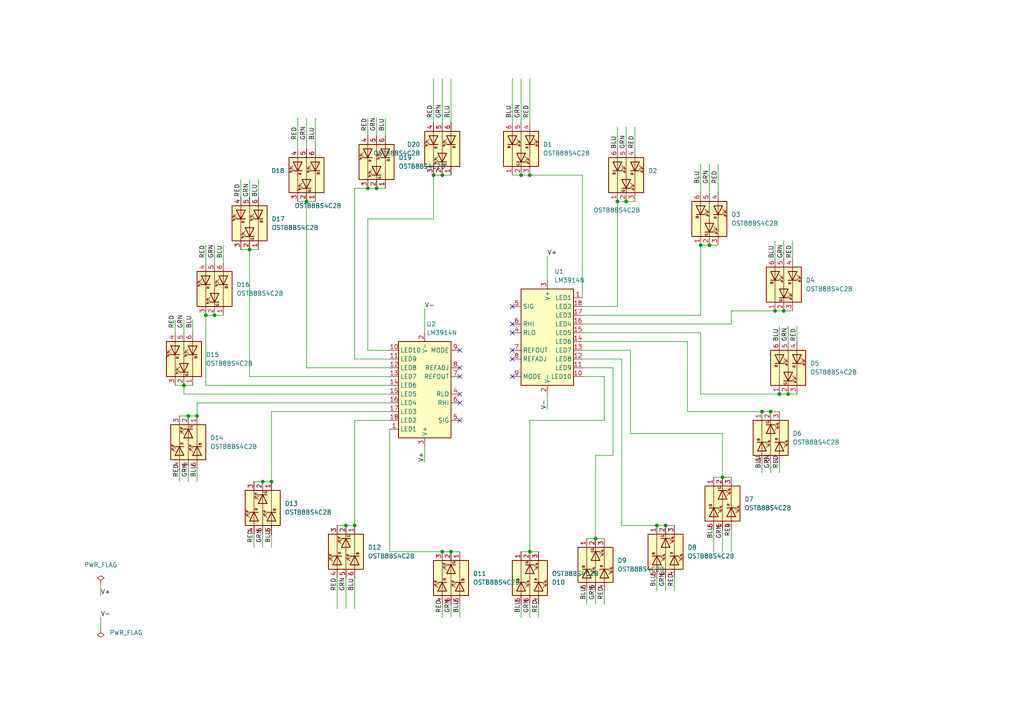
<source format=kicad_sch>
(kicad_sch (version 20211123) (generator eeschema)
  (paper "A4")
  (lib_symbols
    (symbol "LED:ASMT-YTB7-0AA02" (pin_names hide)
      (property "Reference" "D" (at -5.08 6.35 0))
      (property "Value" "ASMT-YTB7-0AA02" (at -5.08 -6.35 0))
      (symbol "ASMT-YTB7-0AA02_0_0"
        (text "B" (at -0.508 -3.4544 0) (effects (font (size 0.762 0.762))))
        (text "G" (at 4.5466 -0.8382 0) (effects (font (size 0.762 0.762))))
        (text "R" (at -0.381 1.8034 0) (effects (font (size 0.762 0.762))))
      )
      (symbol "ASMT-YTB7-0AA02_0_1"
        (rectangle (start -5.08 5.08) (end 5.08 -5.08) (stroke (width 0.254)) (fill (type background)))
        (polyline (pts (xy -5.08 -2.54) (xy 5.08 -2.54)))
        (polyline (pts (xy -5.08 0) (xy 5.08 0)))
        (polyline (pts (xy -5.08 2.54) (xy 5.08 2.54)))
        (polyline (pts (xy -2.794 -1.27) (xy -1.778 -0.254)))
        (polyline (pts (xy -2.794 3.81) (xy -1.778 4.826)))
        (polyline (pts (xy -1.778 -1.27) (xy -0.762 -0.254)))
        (polyline (pts (xy -1.778 3.81) (xy -0.762 4.826)))
        (polyline (pts (xy -1.27 -1.27) (xy -1.27 -3.81)) (stroke (width 0.254)))
        (polyline (pts (xy -1.27 3.81) (xy -1.27 1.27)) (stroke (width 0.254)))
        (polyline (pts (xy 2.286 1.27) (xy 3.302 2.286)))
        (polyline (pts (xy 3.302 1.27) (xy 4.318 2.286)))
        (polyline (pts (xy 3.81 1.27) (xy 3.81 -1.27)) (stroke (width 0.254)))
        (polyline (pts (xy -2.54 4.572) (xy -1.778 4.826) (xy -2.032 4.064)))
        (polyline (pts (xy -2.032 -1.016) (xy -1.778 -0.254) (xy -2.54 -0.508)))
        (polyline (pts (xy -1.524 -0.508) (xy -0.762 -0.254) (xy -1.016 -1.016)))
        (polyline (pts (xy -1.524 4.572) (xy -0.762 4.826) (xy -1.016 4.064)))
        (polyline (pts (xy 3.048 1.524) (xy 3.302 2.286) (xy 2.54 2.032)))
        (polyline (pts (xy 3.556 2.032) (xy 4.318 2.286) (xy 4.064 1.524)))
        (polyline (pts (xy -3.81 -1.27) (xy -3.81 -3.81) (xy -1.27 -2.54) (xy -3.81 -1.27)) (stroke (width 0.254)))
        (polyline (pts (xy -3.81 3.81) (xy -3.81 1.27) (xy -1.27 2.54) (xy -3.81 3.81)) (stroke (width 0.254)))
        (polyline (pts (xy 1.27 1.27) (xy 1.27 -1.27) (xy 3.81 0) (xy 1.27 1.27)) (stroke (width 0.254)))
      )
      (symbol "ASMT-YTB7-0AA02_1_1"
        (pin passive line (at 7.62 -2.54 180) (length 2.54) (name "KB") (number "1"))
        (pin passive line (at 7.62 0 180) (length 2.54) (name "KG") (number "2"))
        (pin passive line (at 7.62 2.54 180) (length 2.54) (name "KR") (number "3"))
        (pin passive line (at -7.62 2.54 0) (length 2.54) (name "AR") (number "4"))
        (pin passive line (at -7.62 0 0) (length 2.54) (name "AG") (number "5"))
        (pin passive line (at -7.62 -2.54 0) (length 2.54) (name "AB") (number "6"))
      )
    )
    (symbol "nedko:LM3914N"
      (property "Reference" "U1" (at 2.0194 17.78 0))
      (property "Value" "LM3914N" (at 2.0194 15.24 0))
      (symbol "LM3914N_0_1"
        (rectangle (start -7.62 12.7) (end 7.62 -15.24) (stroke (width 0.254)) (fill (type background)))
      )
      (symbol "LM3914N_1_1"
        (pin open_collector line (at 10.16 10.16 180) (length 2.54) (name "LED1") (number "1"))
        (pin open_collector line (at 10.16 -12.7 180) (length 2.54) (name "LED10") (number "10"))
        (pin open_collector line (at 10.16 -10.16 180) (length 2.54) (name "LED9") (number "11"))
        (pin open_collector line (at 10.16 -7.62 180) (length 2.54) (name "LED8") (number "12"))
        (pin open_collector line (at 10.16 -5.08 180) (length 2.54) (name "LED7") (number "13"))
        (pin open_collector line (at 10.16 -2.54 180) (length 2.54) (name "LED6") (number "14"))
        (pin open_collector line (at 10.16 0 180) (length 2.54) (name "LED5") (number "15"))
        (pin open_collector line (at 10.16 2.54 180) (length 2.54) (name "LED4") (number "16"))
        (pin open_collector line (at 10.16 5.08 180) (length 2.54) (name "LED3") (number "17"))
        (pin open_collector line (at 10.16 7.62 180) (length 2.54) (name "LED2") (number "18"))
        (pin power_in line (at 0 -17.78 90) (length 2.54) (name "V-") (number "2"))
        (pin power_in line (at 0 15.24 270) (length 2.54) (name "V+") (number "3"))
        (pin input line (at -10.16 0 0) (length 2.54) (name "RLO") (number "4"))
        (pin input line (at -10.16 7.62 0) (length 2.54) (name "SIG") (number "5"))
        (pin input line (at -10.16 2.54 0) (length 2.54) (name "RHI") (number "6"))
        (pin output line (at -10.16 -5.08 0) (length 2.54) (name "REFOUT") (number "7"))
        (pin input line (at -10.16 -7.62 0) (length 2.54) (name "REFADJ") (number "8"))
        (pin input line (at -10.16 -12.7 0) (length 2.54) (name "MODE") (number "9"))
      )
    )
    (symbol "power:PWR_FLAG" (power) (pin_numbers hide) (pin_names (offset 0) hide)
      (property "Value" "PWR_FLAG" (at 0 3.81 0))
      (symbol "PWR_FLAG_0_0"
        (pin power_out line (at 0 0 90) (length 0) (name "pwr") (number "1"))
      )
      (symbol "PWR_FLAG_0_1"
        (polyline (pts (xy 0 0) (xy 0 1.27) (xy -1.016 1.905) (xy 0 2.54) (xy 1.016 1.905) (xy 0 1.27)))
      )
    )
  )
  (junction (at 78.74 139.7))
  (junction (at 172.72 156.21))
  (junction (at 227.33 90.17))
  (junction (at 106.68 54.61))
  (junction (at 59.69 91.44))
  (junction (at 228.6 114.3))
  (junction (at 223.52 119.38))
  (junction (at 190.5 152.4))
  (junction (at 100.33 152.4))
  (junction (at 153.67 50.8))
  (junction (at 57.15 120.65))
  (junction (at 88.9 58.42))
  (junction (at 76.2 139.7))
  (junction (at 220.98 119.38))
  (junction (at 109.22 54.61))
  (junction (at 62.23 91.44))
  (junction (at 153.67 160.02))
  (junction (at 181.61 58.42))
  (junction (at 125.73 50.8))
  (junction (at 205.74 71.12))
  (junction (at 54.61 120.65))
  (junction (at 226.06 114.3))
  (junction (at 179.07 58.42))
  (junction (at 128.27 50.8))
  (junction (at 53.34 111.76))
  (junction (at 72.39 72.39))
  (junction (at 224.79 90.17))
  (junction (at 209.55 138.43))
  (junction (at 130.81 160.02))
  (junction (at 203.2 71.12))
  (junction (at 151.13 50.8))
  (junction (at 102.87 152.4))
  (junction (at 193.04 152.4))
  (junction (at 128.27 160.02))
  (no_connect (at 148.59 104.14))
  (no_connect (at 133.35 116.84))
  (no_connect (at 148.59 93.98))
  (no_connect (at 148.59 96.52))
  (no_connect (at 133.35 121.92))
  (no_connect (at 148.59 101.6))
  (no_connect (at 148.59 88.9))
  (no_connect (at 133.35 106.68))
  (no_connect (at 133.35 101.6))
  (no_connect (at 148.59 109.22))
  (no_connect (at 133.35 109.22))
  (no_connect (at 133.35 114.3))
  (wire (pts (xy 53.34 114.3) (xy 53.34 111.76)))
  (wire (pts (xy 109.22 54.61) (xy 111.76 54.61)))
  (wire (pts (xy 156.21 175.26) (xy 156.21 179.07)))
  (wire (pts (xy 125.73 50.8) (xy 125.73 63.5)))
  (wire (pts (xy 224.79 90.17) (xy 227.33 90.17)))
  (wire (pts (xy 226.06 114.3) (xy 228.6 114.3)))
  (wire (pts (xy 128.27 22.86) (xy 128.27 35.56)))
  (wire (pts (xy 209.55 125.73) (xy 182.88 125.73)))
  (wire (pts (xy 57.15 116.84) (xy 57.15 120.65)))
  (wire (pts (xy 179.07 58.42) (xy 181.61 58.42)))
  (wire (pts (xy 212.09 93.98) (xy 212.09 90.17)))
  (wire (pts (xy 181.61 36.83) (xy 181.61 43.18)))
  (wire (pts (xy 207.01 160.02) (xy 207.01 153.67)))
  (wire (pts (xy 64.77 91.44) (xy 62.23 91.44)))
  (wire (pts (xy 76.2 139.7) (xy 73.66 139.7)))
  (wire (pts (xy 109.22 34.29) (xy 109.22 39.37)))
  (wire (pts (xy 203.2 96.52) (xy 168.91 96.52)))
  (wire (pts (xy 102.87 54.61) (xy 106.68 54.61)))
  (wire (pts (xy 113.03 119.38) (xy 78.74 119.38)))
  (wire (pts (xy 175.26 109.22) (xy 168.91 109.22)))
  (wire (pts (xy 179.07 36.83) (xy 179.07 43.18)))
  (wire (pts (xy 168.91 99.06) (xy 199.39 99.06)))
  (wire (pts (xy 102.87 152.4) (xy 102.87 121.92)))
  (wire (pts (xy 158.75 114.3) (xy 158.75 118.745)))
  (wire (pts (xy 106.68 34.29) (xy 106.68 39.37)))
  (wire (pts (xy 151.13 160.02) (xy 153.67 160.02)))
  (wire (pts (xy 86.36 58.42) (xy 88.9 58.42)))
  (wire (pts (xy 168.91 50.8) (xy 153.67 50.8)))
  (wire (pts (xy 151.13 179.07) (xy 151.13 175.26)))
  (wire (pts (xy 133.35 175.26) (xy 133.35 179.07)))
  (wire (pts (xy 153.67 22.86) (xy 153.67 35.56)))
  (wire (pts (xy 72.39 109.22) (xy 113.03 109.22)))
  (wire (pts (xy 64.77 71.12) (xy 64.77 76.2)))
  (wire (pts (xy 78.74 139.7) (xy 76.2 139.7)))
  (wire (pts (xy 148.59 22.86) (xy 148.59 35.56)))
  (wire (pts (xy 59.69 111.76) (xy 59.69 91.44)))
  (wire (pts (xy 231.14 94.615) (xy 231.14 99.06)))
  (wire (pts (xy 177.8 132.08) (xy 177.8 106.68)))
  (wire (pts (xy 168.91 93.98) (xy 212.09 93.98)))
  (wire (pts (xy 106.68 63.5) (xy 125.73 63.5)))
  (wire (pts (xy 205.74 71.12) (xy 208.28 71.12)))
  (wire (pts (xy 195.58 152.4) (xy 193.04 152.4)))
  (wire (pts (xy 57.15 139.7) (xy 57.15 135.89)))
  (wire (pts (xy 54.61 139.7) (xy 54.61 135.89)))
  (wire (pts (xy 212.09 153.67) (xy 212.09 160.02)))
  (wire (pts (xy 59.69 111.76) (xy 113.03 111.76)))
  (wire (pts (xy 123.19 89.535) (xy 123.19 96.52)))
  (wire (pts (xy 226.06 134.62) (xy 226.06 137.16)))
  (wire (pts (xy 130.81 179.07) (xy 130.81 175.26)))
  (wire (pts (xy 229.87 69.85) (xy 229.87 74.93)))
  (wire (pts (xy 209.55 138.43) (xy 209.55 125.73)))
  (wire (pts (xy 76.2 158.75) (xy 76.2 154.94)))
  (wire (pts (xy 29.21 169.545) (xy 29.21 172.72)))
  (wire (pts (xy 130.81 22.86) (xy 130.81 35.56)))
  (wire (pts (xy 153.67 121.92) (xy 175.26 121.92)))
  (wire (pts (xy 223.52 119.38) (xy 226.06 119.38)))
  (wire (pts (xy 54.61 120.65) (xy 52.07 120.65)))
  (wire (pts (xy 86.36 34.29) (xy 86.36 43.18)))
  (wire (pts (xy 226.06 94.615) (xy 226.06 99.06)))
  (wire (pts (xy 153.67 179.07) (xy 153.67 175.26)))
  (wire (pts (xy 203.2 91.44) (xy 203.2 71.12)))
  (wire (pts (xy 209.55 160.02) (xy 209.55 153.67)))
  (wire (pts (xy 168.91 91.44) (xy 203.2 91.44)))
  (wire (pts (xy 113.03 104.14) (xy 102.87 104.14)))
  (wire (pts (xy 88.9 58.42) (xy 91.44 58.42)))
  (wire (pts (xy 212.09 138.43) (xy 209.55 138.43)))
  (wire (pts (xy 91.44 34.29) (xy 91.44 43.18)))
  (wire (pts (xy 193.04 171.45) (xy 193.04 167.64)))
  (wire (pts (xy 128.27 179.07) (xy 128.27 175.26)))
  (wire (pts (xy 182.88 101.6) (xy 168.91 101.6)))
  (wire (pts (xy 123.19 129.54) (xy 123.19 133.985)))
  (wire (pts (xy 175.26 121.92) (xy 175.26 109.22)))
  (wire (pts (xy 220.98 119.38) (xy 199.39 119.38)))
  (wire (pts (xy 74.93 52.07) (xy 74.93 57.15)))
  (wire (pts (xy 212.09 90.17) (xy 224.79 90.17)))
  (wire (pts (xy 181.61 58.42) (xy 184.15 58.42)))
  (wire (pts (xy 106.68 54.61) (xy 109.22 54.61)))
  (wire (pts (xy 102.87 104.14) (xy 102.87 54.61)))
  (wire (pts (xy 228.6 94.615) (xy 228.6 99.06)))
  (wire (pts (xy 170.18 156.21) (xy 172.72 156.21)))
  (wire (pts (xy 72.39 72.39) (xy 72.39 109.22)))
  (wire (pts (xy 78.74 158.75) (xy 78.74 154.94)))
  (wire (pts (xy 209.55 138.43) (xy 207.01 138.43)))
  (wire (pts (xy 180.34 152.4) (xy 180.34 104.14)))
  (wire (pts (xy 72.39 72.39) (xy 74.93 72.39)))
  (wire (pts (xy 53.34 111.76) (xy 55.88 111.76)))
  (wire (pts (xy 172.72 156.21) (xy 175.26 156.21)))
  (wire (pts (xy 153.67 160.02) (xy 153.67 121.92)))
  (wire (pts (xy 199.39 119.38) (xy 199.39 99.06)))
  (wire (pts (xy 100.33 152.4) (xy 97.79 152.4)))
  (wire (pts (xy 62.23 91.44) (xy 59.69 91.44)))
  (wire (pts (xy 100.33 167.64) (xy 100.33 176.53)))
  (wire (pts (xy 179.07 58.42) (xy 179.07 88.9)))
  (wire (pts (xy 227.33 69.85) (xy 227.33 74.93)))
  (wire (pts (xy 128.27 50.8) (xy 130.81 50.8)))
  (wire (pts (xy 195.58 167.64) (xy 195.58 171.45)))
  (wire (pts (xy 172.72 175.26) (xy 172.72 171.45)))
  (wire (pts (xy 57.15 116.84) (xy 113.03 116.84)))
  (wire (pts (xy 208.28 47.625) (xy 208.28 55.88)))
  (wire (pts (xy 50.8 92.71) (xy 50.8 96.52)))
  (wire (pts (xy 50.8 111.76) (xy 53.34 111.76)))
  (wire (pts (xy 53.34 92.71) (xy 53.34 96.52)))
  (wire (pts (xy 102.87 152.4) (xy 100.33 152.4)))
  (wire (pts (xy 220.98 119.38) (xy 223.52 119.38)))
  (wire (pts (xy 180.34 152.4) (xy 190.5 152.4)))
  (wire (pts (xy 111.76 34.29) (xy 111.76 39.37)))
  (wire (pts (xy 102.87 167.64) (xy 102.87 176.53)))
  (wire (pts (xy 128.27 160.02) (xy 130.81 160.02)))
  (wire (pts (xy 170.18 175.26) (xy 170.18 171.45)))
  (wire (pts (xy 172.72 132.08) (xy 177.8 132.08)))
  (wire (pts (xy 151.13 50.8) (xy 148.59 50.8)))
  (wire (pts (xy 190.5 152.4) (xy 193.04 152.4)))
  (wire (pts (xy 59.69 71.12) (xy 59.69 76.2)))
  (wire (pts (xy 72.39 52.07) (xy 72.39 57.15)))
  (wire (pts (xy 153.67 50.8) (xy 151.13 50.8)))
  (wire (pts (xy 226.06 114.3) (xy 203.2 114.3)))
  (wire (pts (xy 88.9 106.68) (xy 113.03 106.68)))
  (wire (pts (xy 55.88 92.71) (xy 55.88 96.52)))
  (wire (pts (xy 203.2 47.625) (xy 203.2 55.88)))
  (wire (pts (xy 113.03 160.02) (xy 128.27 160.02)))
  (wire (pts (xy 190.5 171.45) (xy 190.5 167.64)))
  (wire (pts (xy 203.2 114.3) (xy 203.2 96.52)))
  (wire (pts (xy 168.91 106.68) (xy 177.8 106.68)))
  (wire (pts (xy 227.33 90.17) (xy 229.87 90.17)))
  (wire (pts (xy 69.85 72.39) (xy 72.39 72.39)))
  (wire (pts (xy 130.81 160.02) (xy 133.35 160.02)))
  (wire (pts (xy 125.73 50.8) (xy 128.27 50.8)))
  (wire (pts (xy 168.91 86.36) (xy 168.91 50.8)))
  (wire (pts (xy 69.85 52.07) (xy 69.85 57.15)))
  (wire (pts (xy 180.34 104.14) (xy 168.91 104.14)))
  (wire (pts (xy 52.07 139.7) (xy 52.07 135.89)))
  (wire (pts (xy 175.26 171.45) (xy 175.26 175.26)))
  (wire (pts (xy 73.66 158.75) (xy 73.66 154.94)))
  (wire (pts (xy 224.79 69.85) (xy 224.79 74.93)))
  (wire (pts (xy 78.74 119.38) (xy 78.74 139.7)))
  (wire (pts (xy 151.13 22.86) (xy 151.13 35.56)))
  (wire (pts (xy 125.73 22.86) (xy 125.73 35.56)))
  (wire (pts (xy 97.79 167.64) (xy 97.79 176.53)))
  (wire (pts (xy 88.9 58.42) (xy 88.9 106.68)))
  (wire (pts (xy 106.68 101.6) (xy 113.03 101.6)))
  (wire (pts (xy 29.21 179.07) (xy 29.21 182.245)))
  (wire (pts (xy 57.15 120.65) (xy 54.61 120.65)))
  (wire (pts (xy 205.74 47.625) (xy 205.74 55.88)))
  (wire (pts (xy 172.72 156.21) (xy 172.72 132.08)))
  (wire (pts (xy 179.07 88.9) (xy 168.91 88.9)))
  (wire (pts (xy 102.87 121.92) (xy 113.03 121.92)))
  (wire (pts (xy 62.23 71.12) (xy 62.23 76.2)))
  (wire (pts (xy 220.98 134.62) (xy 220.98 137.16)))
  (wire (pts (xy 184.15 36.83) (xy 184.15 43.18)))
  (wire (pts (xy 228.6 114.3) (xy 231.14 114.3)))
  (wire (pts (xy 158.75 74.295) (xy 158.75 81.28)))
  (wire (pts (xy 203.2 71.12) (xy 205.74 71.12)))
  (wire (pts (xy 113.03 124.46) (xy 113.03 160.02)))
  (wire (pts (xy 182.88 125.73) (xy 182.88 101.6)))
  (wire (pts (xy 53.34 114.3) (xy 113.03 114.3)))
  (wire (pts (xy 106.68 63.5) (xy 106.68 101.6)))
  (wire (pts (xy 223.52 134.62) (xy 223.52 137.16)))
  (wire (pts (xy 88.9 34.29) (xy 88.9 43.18)))
  (wire (pts (xy 153.67 160.02) (xy 156.21 160.02)))
  (label "BLU" (at 207.01 156.21 90))
  (label "BLU" (at 130.81 34.29 90))
  (label "GRN" (at 54.61 138.43 90))
  (label "BLU" (at 111.76 38.1 90))
  (label "V-" (at 123.19 89.535 0))
  (label "RED" (at 195.58 170.18 90))
  (label "GRN" (at 223.52 135.89 90))
  (label "RED" (at 184.15 43.18 90))
  (label "RED" (at 106.68 38.1 90))
  (label "BLU" (at 78.74 157.48 90))
  (label "GRN" (at 228.6 99.06 90))
  (label "V-" (at 29.21 179.07 0))
  (label "BLU" (at 102.87 171.45 90))
  (label "RED" (at 153.67 34.29 90))
  (label "BLU" (at 203.2 53.34 90))
  (label "V+" (at 123.19 133.985 90))
  (label "GRN" (at 62.23 74.93 90))
  (label "BLU" (at 179.07 43.18 90))
  (label "GRN" (at 151.13 34.29 90))
  (label "BLU" (at 57.15 138.43 90))
  (label "RED" (at 229.87 74.93 90))
  (label "RED" (at 125.73 34.29 90))
  (label "RED" (at 69.85 57.15 90))
  (label "BLU" (at 190.5 170.18 90))
  (label "BLU" (at 55.88 95.25 90))
  (label "RED" (at 212.09 155.575 90))
  (label "RED" (at 73.66 157.48 90))
  (label "RED" (at 97.79 171.45 90))
  (label "BLU" (at 224.79 74.93 90))
  (label "GRN" (at 181.61 43.18 90))
  (label "GRN" (at 227.33 74.93 90))
  (label "RED" (at 50.8 95.25 90))
  (label "RED" (at 175.26 173.99 90))
  (label "RED" (at 86.36 40.64 90))
  (label "V+" (at 29.21 172.72 0))
  (label "V+" (at 158.75 74.295 0))
  (label "RED" (at 59.69 74.93 90))
  (label "BLU" (at 151.13 177.8 90))
  (label "BLU" (at 64.77 74.93 90))
  (label "GRN" (at 205.74 53.34 90))
  (label "GRN" (at 153.67 177.8 90))
  (label "GRN" (at 76.2 157.48 90))
  (label "RED" (at 128.27 177.8 90))
  (label "GRN" (at 193.04 170.18 90))
  (label "GRN" (at 100.33 171.45 90))
  (label "BLU" (at 74.93 57.15 90))
  (label "GRN" (at 72.39 57.15 90))
  (label "RED" (at 231.14 99.06 90))
  (label "BLU" (at 220.98 135.89 90))
  (label "BLU" (at 148.59 34.29 90))
  (label "GRN" (at 209.55 156.21 90))
  (label "GRN" (at 128.27 34.29 90))
  (label "BLU" (at 133.35 177.8 90))
  (label "RED" (at 156.21 177.8 90))
  (label "GRN" (at 88.9 40.64 90))
  (label "BLU" (at 226.06 99.06 90))
  (label "RED" (at 226.06 135.89 90))
  (label "RED" (at 52.07 138.43 90))
  (label "BLU" (at 170.18 173.99 90))
  (label "GRN" (at 130.81 177.8 90))
  (label "BLU" (at 91.44 40.64 90))
  (label "V-" (at 158.75 118.745 90))
  (label "RED" (at 208.28 53.34 90))
  (label "GRN" (at 109.22 38.1 90))
  (label "GRN" (at 172.72 173.99 90))
  (label "GRN" (at 53.34 95.25 90))
  (symbol (lib_id "LED:ASMT-YTB7-0AA02") (at 181.61 50.8 270) (unit 1)
    (property "Reference" "D2" (at 187.96 49.5299 90) (effects (justify left)))
    (property "Value" "OSTB8BS4C2B" (at 172.085 60.96 90) (effects (justify left)))
    (property "Footprint" "LED_SMD:LED_Avago_PLCC6_3x2.8mm" (effects hide))
    (property "Datasheet" "https://docs.broadcom.com/docs/AV02-3793EN" (effects hide))
  )
  (symbol (lib_id "LED:ASMT-YTB7-0AA02") (at 54.61 128.27 90) (unit 1)
    (property "Reference" "D14" (at 60.96 126.9999 90) (effects (justify right)))
    (property "Value" "OSTB8BS4C2B" (at 60.96 129.5399 90) (effects (justify right)))
    (property "Footprint" "LED_SMD:LED_Avago_PLCC6_3x2.8mm" (effects hide))
    (property "Datasheet" "https://docs.broadcom.com/docs/AV02-3793EN" (effects hide))
  )
  (symbol (lib_id "nedko:LM3914N") (at 123.19 114.3 180) (unit 1)
    (property "Reference" "U2" (at 123.7106 93.98 0) (effects (justify right)))
    (property "Value" "LM3914N" (at 123.7106 96.52 0) (effects (justify right)))
    (property "Footprint" "Package_DIP:DIP-18_W7.62mm_LongPads" (effects hide))
    (property "Datasheet" "https://www.ti.com/lit/ds/symlink/lm3914.pdf" (effects hide))
  )
  (symbol (lib_id "LED:ASMT-YTB7-0AA02") (at 62.23 83.82 90) (mirror x) (unit 1)
    (property "Reference" "D16" (at 68.58 82.5499 90) (effects (justify right)))
    (property "Value" "OSTB8BS4C2B" (at 68.58 85.0899 90) (effects (justify right)))
    (property "Footprint" "LED_SMD:LED_Avago_PLCC6_3x2.8mm" (effects hide))
    (property "Datasheet" "https://docs.broadcom.com/docs/AV02-3793EN" (effects hide))
  )
  (symbol (lib_id "LED:ASMT-YTB7-0AA02") (at 76.2 147.32 90) (unit 1)
    (property "Reference" "D13" (at 82.55 146.0499 90) (effects (justify right)))
    (property "Value" "OSTB8BS4C2B" (at 82.55 148.5899 90) (effects (justify right)))
    (property "Footprint" "LED_SMD:LED_Avago_PLCC6_3x2.8mm" (effects hide))
    (property "Datasheet" "https://docs.broadcom.com/docs/AV02-3793EN" (effects hide))
  )
  (symbol (lib_id "power:PWR_FLAG") (at 29.21 182.245 180) (unit 1)
    (property "Reference" "#FLG0101" (effects hide))
    (property "Value" "PWR_FLAG" (at 31.75 183.5149 0) (effects (justify right)))
  )
  (symbol (lib_id "LED:ASMT-YTB7-0AA02") (at 205.74 63.5 270) (unit 1)
    (property "Reference" "D3" (at 212.09 62.2299 90) (effects (justify left)))
    (property "Value" "OSTB8BS4C2B" (at 212.09 64.7699 90) (effects (justify left)))
    (property "Footprint" "LED_SMD:LED_Avago_PLCC6_3x2.8mm" (effects hide))
    (property "Datasheet" "https://docs.broadcom.com/docs/AV02-3793EN" (effects hide))
  )
  (symbol (lib_id "power:PWR_FLAG") (at 29.21 169.545 0) (unit 1)
    (property "Reference" "#FLG0102" (effects hide))
    (property "Value" "PWR_FLAG" (at 29.21 163.83 0))
  )
  (symbol (lib_id "LED:ASMT-YTB7-0AA02") (at 228.6 106.68 270) (unit 1)
    (property "Reference" "D5" (at 234.95 105.4099 90) (effects (justify left)))
    (property "Value" "OSTB8BS4C2B" (at 234.95 107.9499 90) (effects (justify left)))
    (property "Footprint" "LED_SMD:LED_Avago_PLCC6_3x2.8mm" (effects hide))
    (property "Datasheet" "https://docs.broadcom.com/docs/AV02-3793EN" (effects hide))
  )
  (symbol (lib_id "LED:ASMT-YTB7-0AA02") (at 172.72 163.83 270) (mirror x) (unit 1)
    (property "Reference" "D9" (at 179.07 162.5599 90) (effects (justify left)))
    (property "Value" "OSTB8BS4C2B" (at 179.07 165.0999 90) (effects (justify left)))
    (property "Footprint" "LED_SMD:LED_Avago_PLCC6_3x2.8mm" (effects hide))
    (property "Datasheet" "https://docs.broadcom.com/docs/AV02-3793EN" (effects hide))
  )
  (symbol (lib_id "LED:ASMT-YTB7-0AA02") (at 130.81 167.64 90) (unit 1)
    (property "Reference" "D11" (at 137.16 166.3699 90) (effects (justify right)))
    (property "Value" "OSTB8BS4C2B" (at 137.16 168.9099 90) (effects (justify right)))
    (property "Footprint" "LED_SMD:LED_Avago_PLCC6_3x2.8mm" (effects hide))
    (property "Datasheet" "https://docs.broadcom.com/docs/AV02-3793EN" (effects hide))
  )
  (symbol (lib_id "LED:ASMT-YTB7-0AA02") (at 223.52 127 270) (mirror x) (unit 1)
    (property "Reference" "D6" (at 229.87 125.7299 90) (effects (justify left)))
    (property "Value" "OSTB8BS4C2B" (at 229.87 128.2699 90) (effects (justify left)))
    (property "Footprint" "LED_SMD:LED_Avago_PLCC6_3x2.8mm" (effects hide))
    (property "Datasheet" "https://docs.broadcom.com/docs/AV02-3793EN" (effects hide))
  )
  (symbol (lib_id "LED:ASMT-YTB7-0AA02") (at 53.34 104.14 90) (mirror x) (unit 1)
    (property "Reference" "D15" (at 59.69 102.8699 90) (effects (justify right)))
    (property "Value" "OSTB8BS4C2B" (at 59.69 105.4099 90) (effects (justify right)))
    (property "Footprint" "LED_SMD:LED_Avago_PLCC6_3x2.8mm" (effects hide))
    (property "Datasheet" "https://docs.broadcom.com/docs/AV02-3793EN" (effects hide))
  )
  (symbol (lib_id "LED:ASMT-YTB7-0AA02") (at 100.33 160.02 90) (unit 1)
    (property "Reference" "D12" (at 106.68 158.7499 90) (effects (justify right)))
    (property "Value" "OSTB8BS4C2B" (at 106.68 161.2899 90) (effects (justify right)))
    (property "Footprint" "LED_SMD:LED_Avago_PLCC6_3x2.8mm" (effects hide))
    (property "Datasheet" "https://docs.broadcom.com/docs/AV02-3793EN" (effects hide))
  )
  (symbol (lib_id "nedko:LM3914N") (at 158.75 96.52 0) (unit 1)
    (property "Reference" "U1" (at 160.7694 78.74 0) (effects (justify left)))
    (property "Value" "LM3914N" (at 160.7694 81.28 0) (effects (justify left)))
    (property "Footprint" "Package_DIP:DIP-18_W7.62mm_LongPads" (effects hide))
    (property "Datasheet" "https://www.ti.com/lit/ds/symlink/lm3914.pdf" (effects hide))
  )
  (symbol (lib_id "LED:ASMT-YTB7-0AA02") (at 227.33 82.55 270) (unit 1)
    (property "Reference" "D4" (at 233.68 81.2799 90) (effects (justify left)))
    (property "Value" "OSTB8BS4C2B" (at 233.68 83.8199 90) (effects (justify left)))
    (property "Footprint" "LED_SMD:LED_Avago_PLCC6_3x2.8mm" (effects hide))
    (property "Datasheet" "https://docs.broadcom.com/docs/AV02-3793EN" (effects hide))
  )
  (symbol (lib_id "LED:ASMT-YTB7-0AA02") (at 109.22 46.99 90) (mirror x) (unit 1)
    (property "Reference" "D19" (at 115.57 45.7199 90) (effects (justify right)))
    (property "Value" "OSTB8BS4C2B" (at 115.57 48.2599 90) (effects (justify right)))
    (property "Footprint" "LED_SMD:LED_Avago_PLCC6_3x2.8mm" (effects hide))
    (property "Datasheet" "https://docs.broadcom.com/docs/AV02-3793EN" (effects hide))
  )
  (symbol (lib_id "LED:ASMT-YTB7-0AA02") (at 151.13 43.18 270) (unit 1)
    (property "Reference" "D1" (at 157.48 41.9099 90) (effects (justify left)))
    (property "Value" "OSTB8BS4C2B" (at 157.48 44.4499 90) (effects (justify left)))
    (property "Footprint" "LED_SMD:LED_Avago_PLCC6_3x2.8mm" (effects hide))
    (property "Datasheet" "https://docs.broadcom.com/docs/AV02-3793EN" (effects hide))
  )
  (symbol (lib_id "LED:ASMT-YTB7-0AA02") (at 72.39 64.77 90) (mirror x) (unit 1)
    (property "Reference" "D17" (at 78.74 63.4999 90) (effects (justify right)))
    (property "Value" "OSTB8BS4C2B" (at 78.74 66.0399 90) (effects (justify right)))
    (property "Footprint" "LED_SMD:LED_Avago_PLCC6_3x2.8mm" (effects hide))
    (property "Datasheet" "https://docs.broadcom.com/docs/AV02-3793EN" (effects hide))
  )
  (symbol (lib_id "LED:ASMT-YTB7-0AA02") (at 209.55 146.05 270) (mirror x) (unit 1)
    (property "Reference" "D7" (at 215.9 144.7799 90) (effects (justify left)))
    (property "Value" "OSTB8BS4C2B" (at 215.9 147.3199 90) (effects (justify left)))
    (property "Footprint" "LED_SMD:LED_Avago_PLCC6_3x2.8mm" (effects hide))
    (property "Datasheet" "https://docs.broadcom.com/docs/AV02-3793EN" (effects hide))
  )
  (symbol (lib_id "LED:ASMT-YTB7-0AA02") (at 88.9 50.8 90) (mirror x) (unit 1)
    (property "Reference" "D18" (at 82.55 49.5299 90) (effects (justify left)))
    (property "Value" "OSTB8BS4C2B" (at 99.06 59.69 90) (effects (justify left)))
    (property "Footprint" "LED_SMD:LED_Avago_PLCC6_3x2.8mm" (effects hide))
    (property "Datasheet" "https://docs.broadcom.com/docs/AV02-3793EN" (effects hide))
  )
  (symbol (lib_id "LED:ASMT-YTB7-0AA02") (at 193.04 160.02 270) (mirror x) (unit 1)
    (property "Reference" "D8" (at 199.39 158.7499 90) (effects (justify left)))
    (property "Value" "OSTB8BS4C2B" (at 199.39 161.2899 90) (effects (justify left)))
    (property "Footprint" "LED_SMD:LED_Avago_PLCC6_3x2.8mm" (effects hide))
    (property "Datasheet" "https://docs.broadcom.com/docs/AV02-3793EN" (effects hide))
  )
  (symbol (lib_id "LED:ASMT-YTB7-0AA02") (at 153.67 167.64 270) (mirror x) (unit 1)
    (property "Reference" "D10" (at 160.02 168.9101 90) (effects (justify left)))
    (property "Value" "OSTB8BS4C2B" (at 160.02 166.3701 90) (effects (justify left)))
    (property "Footprint" "LED_SMD:LED_Avago_PLCC6_3x2.8mm" (effects hide))
    (property "Datasheet" "https://docs.broadcom.com/docs/AV02-3793EN" (effects hide))
  )
  (symbol (lib_id "LED:ASMT-YTB7-0AA02") (at 128.27 43.18 90) (mirror x) (unit 1)
    (property "Reference" "D20" (at 121.92 41.9099 90) (effects (justify left)))
    (property "Value" "OSTB8BS4C2B" (at 121.92 44.4499 90) (effects (justify left)))
    (property "Footprint" "LED_SMD:LED_Avago_PLCC6_3x2.8mm" (effects hide))
    (property "Datasheet" "https://docs.broadcom.com/docs/AV02-3793EN" (effects hide))
  )
)
</source>
